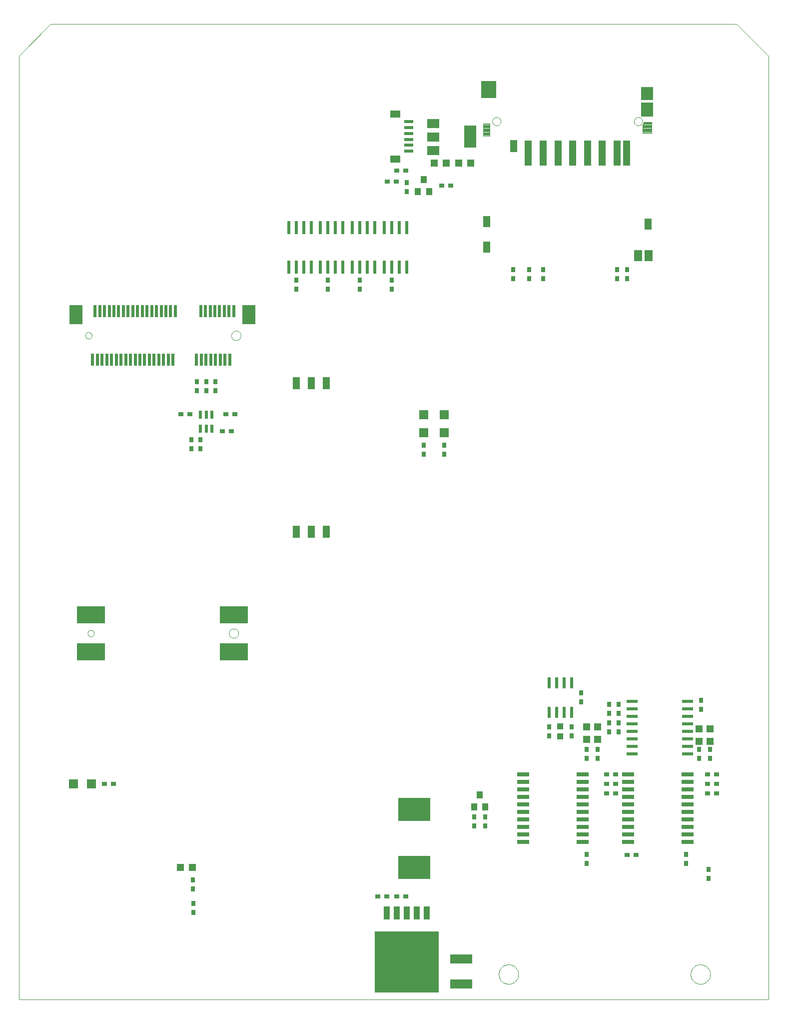
<source format=gtp>
G75*
G70*
%OFA0B0*%
%FSLAX24Y24*%
%IPPOS*%
%LPD*%
%AMOC8*
5,1,8,0,0,1.08239X$1,22.5*
%
%ADD10C,0.0000*%
%ADD11R,0.0827X0.0866*%
%ADD12R,0.0827X0.0945*%
%ADD13R,0.1024X0.1142*%
%ADD14R,0.0512X0.0748*%
%ADD15R,0.0551X0.0768*%
%ADD16R,0.0472X0.1693*%
%ADD17R,0.0472X0.0787*%
%ADD18C,0.0040*%
%ADD19R,0.0315X0.0354*%
%ADD20R,0.0472X0.0512*%
%ADD21R,0.4252X0.4098*%
%ADD22R,0.0420X0.0850*%
%ADD23R,0.0354X0.0315*%
%ADD24R,0.2126X0.1575*%
%ADD25R,0.0906X0.1260*%
%ADD26R,0.0236X0.0787*%
%ADD27R,0.1890X0.1181*%
%ADD28R,0.0220X0.0520*%
%ADD29R,0.0394X0.0433*%
%ADD30R,0.0210X0.0780*%
%ADD31R,0.0780X0.0210*%
%ADD32R,0.0800X0.0260*%
%ADD33R,0.0472X0.0472*%
%ADD34R,0.0394X0.0500*%
%ADD35R,0.0591X0.0591*%
%ADD36R,0.1457X0.0591*%
%ADD37R,0.0240X0.0870*%
%ADD38R,0.0709X0.0472*%
%ADD39R,0.0610X0.0236*%
%ADD40R,0.0790X0.0590*%
%ADD41R,0.0790X0.1500*%
D10*
X000100Y000160D02*
X050100Y000160D01*
X050100Y063035D01*
X047975Y065160D01*
X002225Y065160D01*
X000100Y063035D01*
X000100Y000160D01*
X004698Y024567D02*
X004700Y024596D01*
X004706Y024624D01*
X004715Y024652D01*
X004728Y024678D01*
X004745Y024701D01*
X004764Y024723D01*
X004786Y024742D01*
X004811Y024757D01*
X004837Y024770D01*
X004865Y024778D01*
X004893Y024783D01*
X004922Y024784D01*
X004951Y024781D01*
X004979Y024774D01*
X005006Y024764D01*
X005032Y024750D01*
X005055Y024733D01*
X005076Y024713D01*
X005094Y024690D01*
X005109Y024665D01*
X005120Y024638D01*
X005128Y024610D01*
X005132Y024581D01*
X005132Y024553D01*
X005128Y024524D01*
X005120Y024496D01*
X005109Y024469D01*
X005094Y024444D01*
X005076Y024421D01*
X005055Y024401D01*
X005032Y024384D01*
X005006Y024370D01*
X004979Y024360D01*
X004951Y024353D01*
X004922Y024350D01*
X004893Y024351D01*
X004865Y024356D01*
X004837Y024364D01*
X004811Y024377D01*
X004786Y024392D01*
X004764Y024411D01*
X004745Y024433D01*
X004728Y024456D01*
X004715Y024482D01*
X004706Y024510D01*
X004700Y024538D01*
X004698Y024567D01*
X014128Y024567D02*
X014130Y024602D01*
X014136Y024637D01*
X014146Y024671D01*
X014159Y024704D01*
X014176Y024735D01*
X014197Y024763D01*
X014220Y024790D01*
X014247Y024813D01*
X014275Y024834D01*
X014306Y024851D01*
X014339Y024864D01*
X014373Y024874D01*
X014408Y024880D01*
X014443Y024882D01*
X014478Y024880D01*
X014513Y024874D01*
X014547Y024864D01*
X014580Y024851D01*
X014611Y024834D01*
X014639Y024813D01*
X014666Y024790D01*
X014689Y024763D01*
X014710Y024735D01*
X014727Y024704D01*
X014740Y024671D01*
X014750Y024637D01*
X014756Y024602D01*
X014758Y024567D01*
X014756Y024532D01*
X014750Y024497D01*
X014740Y024463D01*
X014727Y024430D01*
X014710Y024399D01*
X014689Y024371D01*
X014666Y024344D01*
X014639Y024321D01*
X014611Y024300D01*
X014580Y024283D01*
X014547Y024270D01*
X014513Y024260D01*
X014478Y024254D01*
X014443Y024252D01*
X014408Y024254D01*
X014373Y024260D01*
X014339Y024270D01*
X014306Y024283D01*
X014275Y024300D01*
X014247Y024321D01*
X014220Y024344D01*
X014197Y024371D01*
X014176Y024399D01*
X014159Y024430D01*
X014146Y024463D01*
X014136Y024497D01*
X014130Y024532D01*
X014128Y024567D01*
X014285Y044410D02*
X014287Y044445D01*
X014293Y044480D01*
X014303Y044514D01*
X014316Y044547D01*
X014333Y044578D01*
X014354Y044606D01*
X014377Y044633D01*
X014404Y044656D01*
X014432Y044677D01*
X014463Y044694D01*
X014496Y044707D01*
X014530Y044717D01*
X014565Y044723D01*
X014600Y044725D01*
X014635Y044723D01*
X014670Y044717D01*
X014704Y044707D01*
X014737Y044694D01*
X014768Y044677D01*
X014796Y044656D01*
X014823Y044633D01*
X014846Y044606D01*
X014867Y044578D01*
X014884Y044547D01*
X014897Y044514D01*
X014907Y044480D01*
X014913Y044445D01*
X014915Y044410D01*
X014913Y044375D01*
X014907Y044340D01*
X014897Y044306D01*
X014884Y044273D01*
X014867Y044242D01*
X014846Y044214D01*
X014823Y044187D01*
X014796Y044164D01*
X014768Y044143D01*
X014737Y044126D01*
X014704Y044113D01*
X014670Y044103D01*
X014635Y044097D01*
X014600Y044095D01*
X014565Y044097D01*
X014530Y044103D01*
X014496Y044113D01*
X014463Y044126D01*
X014432Y044143D01*
X014404Y044164D01*
X014377Y044187D01*
X014354Y044214D01*
X014333Y044242D01*
X014316Y044273D01*
X014303Y044306D01*
X014293Y044340D01*
X014287Y044375D01*
X014285Y044410D01*
X004540Y044410D02*
X004542Y044439D01*
X004548Y044467D01*
X004557Y044495D01*
X004570Y044521D01*
X004587Y044544D01*
X004606Y044566D01*
X004628Y044585D01*
X004653Y044600D01*
X004679Y044613D01*
X004707Y044621D01*
X004735Y044626D01*
X004764Y044627D01*
X004793Y044624D01*
X004821Y044617D01*
X004848Y044607D01*
X004874Y044593D01*
X004897Y044576D01*
X004918Y044556D01*
X004936Y044533D01*
X004951Y044508D01*
X004962Y044481D01*
X004970Y044453D01*
X004974Y044424D01*
X004974Y044396D01*
X004970Y044367D01*
X004962Y044339D01*
X004951Y044312D01*
X004936Y044287D01*
X004918Y044264D01*
X004897Y044244D01*
X004874Y044227D01*
X004848Y044213D01*
X004821Y044203D01*
X004793Y044196D01*
X004764Y044193D01*
X004735Y044194D01*
X004707Y044199D01*
X004679Y044207D01*
X004653Y044220D01*
X004628Y044235D01*
X004606Y044254D01*
X004587Y044276D01*
X004570Y044299D01*
X004557Y044325D01*
X004548Y044353D01*
X004542Y044381D01*
X004540Y044410D01*
X031697Y058680D02*
X031699Y058713D01*
X031705Y058745D01*
X031714Y058776D01*
X031727Y058806D01*
X031744Y058834D01*
X031764Y058860D01*
X031787Y058884D01*
X031812Y058904D01*
X031840Y058922D01*
X031869Y058936D01*
X031900Y058946D01*
X031932Y058953D01*
X031965Y058956D01*
X031998Y058955D01*
X032030Y058950D01*
X032061Y058941D01*
X032092Y058929D01*
X032120Y058913D01*
X032147Y058894D01*
X032171Y058872D01*
X032192Y058847D01*
X032211Y058820D01*
X032226Y058791D01*
X032237Y058761D01*
X032245Y058729D01*
X032249Y058696D01*
X032249Y058664D01*
X032245Y058631D01*
X032237Y058599D01*
X032226Y058569D01*
X032211Y058540D01*
X032192Y058513D01*
X032171Y058488D01*
X032147Y058466D01*
X032120Y058447D01*
X032092Y058431D01*
X032061Y058419D01*
X032030Y058410D01*
X031998Y058405D01*
X031965Y058404D01*
X031932Y058407D01*
X031900Y058414D01*
X031869Y058424D01*
X031840Y058438D01*
X031812Y058456D01*
X031787Y058476D01*
X031764Y058500D01*
X031744Y058526D01*
X031727Y058554D01*
X031714Y058584D01*
X031705Y058615D01*
X031699Y058647D01*
X031697Y058680D01*
X041146Y058680D02*
X041148Y058713D01*
X041154Y058745D01*
X041163Y058776D01*
X041176Y058806D01*
X041193Y058834D01*
X041213Y058860D01*
X041236Y058884D01*
X041261Y058904D01*
X041289Y058922D01*
X041318Y058936D01*
X041349Y058946D01*
X041381Y058953D01*
X041414Y058956D01*
X041447Y058955D01*
X041479Y058950D01*
X041510Y058941D01*
X041541Y058929D01*
X041569Y058913D01*
X041596Y058894D01*
X041620Y058872D01*
X041641Y058847D01*
X041660Y058820D01*
X041675Y058791D01*
X041686Y058761D01*
X041694Y058729D01*
X041698Y058696D01*
X041698Y058664D01*
X041694Y058631D01*
X041686Y058599D01*
X041675Y058569D01*
X041660Y058540D01*
X041641Y058513D01*
X041620Y058488D01*
X041596Y058466D01*
X041569Y058447D01*
X041541Y058431D01*
X041510Y058419D01*
X041479Y058410D01*
X041447Y058405D01*
X041414Y058404D01*
X041381Y058407D01*
X041349Y058414D01*
X041318Y058424D01*
X041289Y058438D01*
X041261Y058456D01*
X041236Y058476D01*
X041213Y058500D01*
X041193Y058526D01*
X041176Y058554D01*
X041163Y058584D01*
X041154Y058615D01*
X041148Y058647D01*
X041146Y058680D01*
X044925Y001852D02*
X044927Y001902D01*
X044933Y001952D01*
X044943Y002002D01*
X044956Y002050D01*
X044973Y002098D01*
X044994Y002144D01*
X045018Y002188D01*
X045046Y002230D01*
X045077Y002270D01*
X045111Y002307D01*
X045148Y002342D01*
X045187Y002373D01*
X045228Y002402D01*
X045272Y002427D01*
X045318Y002449D01*
X045365Y002467D01*
X045413Y002481D01*
X045462Y002492D01*
X045512Y002499D01*
X045562Y002502D01*
X045613Y002501D01*
X045663Y002496D01*
X045713Y002487D01*
X045761Y002475D01*
X045809Y002458D01*
X045855Y002438D01*
X045900Y002415D01*
X045943Y002388D01*
X045983Y002358D01*
X046021Y002325D01*
X046056Y002289D01*
X046089Y002250D01*
X046118Y002209D01*
X046144Y002166D01*
X046167Y002121D01*
X046186Y002074D01*
X046201Y002026D01*
X046213Y001977D01*
X046221Y001927D01*
X046225Y001877D01*
X046225Y001827D01*
X046221Y001777D01*
X046213Y001727D01*
X046201Y001678D01*
X046186Y001630D01*
X046167Y001583D01*
X046144Y001538D01*
X046118Y001495D01*
X046089Y001454D01*
X046056Y001415D01*
X046021Y001379D01*
X045983Y001346D01*
X045943Y001316D01*
X045900Y001289D01*
X045855Y001266D01*
X045809Y001246D01*
X045761Y001229D01*
X045713Y001217D01*
X045663Y001208D01*
X045613Y001203D01*
X045562Y001202D01*
X045512Y001205D01*
X045462Y001212D01*
X045413Y001223D01*
X045365Y001237D01*
X045318Y001255D01*
X045272Y001277D01*
X045228Y001302D01*
X045187Y001331D01*
X045148Y001362D01*
X045111Y001397D01*
X045077Y001434D01*
X045046Y001474D01*
X045018Y001516D01*
X044994Y001560D01*
X044973Y001606D01*
X044956Y001654D01*
X044943Y001702D01*
X044933Y001752D01*
X044927Y001802D01*
X044925Y001852D01*
X032130Y001852D02*
X032132Y001902D01*
X032138Y001952D01*
X032148Y002002D01*
X032161Y002050D01*
X032178Y002098D01*
X032199Y002144D01*
X032223Y002188D01*
X032251Y002230D01*
X032282Y002270D01*
X032316Y002307D01*
X032353Y002342D01*
X032392Y002373D01*
X032433Y002402D01*
X032477Y002427D01*
X032523Y002449D01*
X032570Y002467D01*
X032618Y002481D01*
X032667Y002492D01*
X032717Y002499D01*
X032767Y002502D01*
X032818Y002501D01*
X032868Y002496D01*
X032918Y002487D01*
X032966Y002475D01*
X033014Y002458D01*
X033060Y002438D01*
X033105Y002415D01*
X033148Y002388D01*
X033188Y002358D01*
X033226Y002325D01*
X033261Y002289D01*
X033294Y002250D01*
X033323Y002209D01*
X033349Y002166D01*
X033372Y002121D01*
X033391Y002074D01*
X033406Y002026D01*
X033418Y001977D01*
X033426Y001927D01*
X033430Y001877D01*
X033430Y001827D01*
X033426Y001777D01*
X033418Y001727D01*
X033406Y001678D01*
X033391Y001630D01*
X033372Y001583D01*
X033349Y001538D01*
X033323Y001495D01*
X033294Y001454D01*
X033261Y001415D01*
X033226Y001379D01*
X033188Y001346D01*
X033148Y001316D01*
X033105Y001289D01*
X033060Y001266D01*
X033014Y001246D01*
X032966Y001229D01*
X032918Y001217D01*
X032868Y001208D01*
X032818Y001203D01*
X032767Y001202D01*
X032717Y001205D01*
X032667Y001212D01*
X032618Y001223D01*
X032570Y001237D01*
X032523Y001255D01*
X032477Y001277D01*
X032433Y001302D01*
X032392Y001331D01*
X032353Y001362D01*
X032316Y001397D01*
X032282Y001434D01*
X032251Y001474D01*
X032223Y001516D01*
X032199Y001560D01*
X032178Y001606D01*
X032161Y001654D01*
X032148Y001702D01*
X032138Y001752D01*
X032132Y001802D01*
X032130Y001852D01*
D11*
X042012Y060550D03*
D12*
X042012Y059467D03*
D13*
X031461Y060786D03*
D14*
X031303Y052007D03*
X031303Y050294D03*
X042091Y051830D03*
D15*
X042130Y049743D03*
X041422Y049743D03*
D16*
X040644Y056584D03*
X040004Y056584D03*
X039020Y056584D03*
X038036Y056584D03*
X037051Y056584D03*
X036067Y056584D03*
X035083Y056584D03*
X034099Y056584D03*
D17*
X033114Y057036D03*
X020600Y041250D03*
X019600Y041250D03*
X018600Y041250D03*
X018600Y031320D03*
X019600Y031320D03*
X020600Y031320D03*
D18*
X031088Y057696D02*
X031088Y058522D01*
X031519Y058522D01*
X031519Y057696D01*
X031088Y057696D01*
X031088Y057718D02*
X031519Y057718D01*
X031519Y057756D02*
X031088Y057756D01*
X031088Y057795D02*
X031519Y057795D01*
X031519Y057833D02*
X031088Y057833D01*
X031088Y057872D02*
X031519Y057872D01*
X031519Y057910D02*
X031088Y057910D01*
X031088Y057949D02*
X031519Y057949D01*
X031519Y057987D02*
X031088Y057987D01*
X031088Y058026D02*
X031519Y058026D01*
X031519Y058064D02*
X031088Y058064D01*
X031088Y058103D02*
X031519Y058103D01*
X031519Y058141D02*
X031088Y058141D01*
X031088Y058180D02*
X031519Y058180D01*
X031519Y058218D02*
X031088Y058218D01*
X031088Y058257D02*
X031519Y058257D01*
X031519Y058295D02*
X031088Y058295D01*
X031088Y058334D02*
X031519Y058334D01*
X031519Y058372D02*
X031088Y058372D01*
X031088Y058411D02*
X031519Y058411D01*
X031519Y058449D02*
X031088Y058449D01*
X031088Y058488D02*
X031519Y058488D01*
X041719Y058427D02*
X041719Y057896D01*
X042328Y057896D01*
X042328Y058643D01*
X041798Y058643D01*
X041798Y058574D01*
X041719Y058427D01*
X041719Y058411D02*
X042328Y058411D01*
X042328Y058449D02*
X041731Y058449D01*
X041752Y058488D02*
X042328Y058488D01*
X042328Y058526D02*
X041772Y058526D01*
X041793Y058565D02*
X042328Y058565D01*
X042328Y058603D02*
X041798Y058603D01*
X041798Y058642D02*
X042328Y058642D01*
X042328Y058372D02*
X041719Y058372D01*
X041719Y058334D02*
X042328Y058334D01*
X042328Y058295D02*
X041719Y058295D01*
X041719Y058257D02*
X042328Y058257D01*
X042328Y058218D02*
X041719Y058218D01*
X041719Y058180D02*
X042328Y058180D01*
X042328Y058141D02*
X041719Y058141D01*
X041719Y058103D02*
X042328Y058103D01*
X042328Y058064D02*
X041719Y058064D01*
X041719Y058026D02*
X042328Y058026D01*
X042328Y057987D02*
X041719Y057987D01*
X041719Y057949D02*
X042328Y057949D01*
X042328Y057910D02*
X041719Y057910D01*
D19*
X040698Y048809D03*
X040698Y048209D03*
X040017Y048209D03*
X040017Y048809D03*
X035086Y048809D03*
X035086Y048209D03*
X034155Y048209D03*
X034155Y048809D03*
X033099Y048809D03*
X033099Y048209D03*
X025975Y053985D03*
X025975Y054585D03*
X024975Y048085D03*
X024975Y047485D03*
X022850Y047485D03*
X022850Y048085D03*
X020725Y048085D03*
X020725Y047485D03*
X018600Y047485D03*
X018600Y048085D03*
X013225Y041335D03*
X013225Y040735D03*
X012600Y040735D03*
X012600Y041335D03*
X011975Y041335D03*
X011975Y040735D03*
X012225Y037460D03*
X012225Y036860D03*
X011600Y036860D03*
X011600Y037460D03*
X027100Y037085D03*
X027100Y036485D03*
X028475Y036485D03*
X028475Y037085D03*
X037600Y020585D03*
X037600Y019985D03*
X036975Y018335D03*
X036975Y017735D03*
X037975Y016835D03*
X037975Y016235D03*
X038725Y016235D03*
X038725Y016835D03*
X039475Y017985D03*
X039475Y018585D03*
X040100Y018585D03*
X040100Y017985D03*
X040100Y019235D03*
X040100Y019835D03*
X039475Y019835D03*
X039475Y019235D03*
X035475Y018335D03*
X035475Y017735D03*
X031225Y012335D03*
X031225Y011735D03*
X030475Y011735D03*
X030475Y012335D03*
X037975Y009835D03*
X037975Y009235D03*
X044600Y009235D03*
X044600Y009835D03*
X046100Y008835D03*
X046100Y008235D03*
X046225Y016235D03*
X046225Y016835D03*
X045475Y016835D03*
X045475Y016235D03*
X045600Y019485D03*
X045600Y020085D03*
X011723Y008130D03*
X011723Y007530D03*
X011737Y006566D03*
X011737Y005966D03*
D20*
X011687Y008979D03*
X010887Y008979D03*
X027825Y055910D03*
X028625Y055910D03*
X029450Y055910D03*
X030250Y055910D03*
D21*
X025975Y002660D03*
D22*
X025975Y005940D03*
X026645Y005940D03*
X027315Y005940D03*
X025305Y005940D03*
X024635Y005940D03*
D23*
X024650Y007035D03*
X024050Y007035D03*
X025300Y007035D03*
X025900Y007035D03*
X039300Y013910D03*
X039900Y013910D03*
X039900Y014535D03*
X039300Y014535D03*
X039300Y015160D03*
X039900Y015160D03*
X040675Y009785D03*
X041275Y009785D03*
X046050Y013910D03*
X046650Y013910D03*
X046650Y014535D03*
X046050Y014535D03*
X046050Y015160D03*
X046650Y015160D03*
X028900Y054410D03*
X028300Y054410D03*
X025900Y055410D03*
X025300Y055410D03*
X025275Y054660D03*
X024675Y054660D03*
X014525Y039160D03*
X013925Y039160D03*
X013675Y038035D03*
X014275Y038035D03*
X011525Y039160D03*
X010925Y039160D03*
X006400Y014535D03*
X005800Y014535D03*
D24*
X026475Y012839D03*
X026475Y008981D03*
D25*
X015466Y045788D03*
X003911Y045788D03*
D26*
X005191Y046024D03*
X005506Y046024D03*
X005820Y046024D03*
X006135Y046024D03*
X006450Y046024D03*
X006765Y046024D03*
X007080Y046024D03*
X007395Y046024D03*
X007710Y046024D03*
X008025Y046024D03*
X008340Y046024D03*
X008655Y046024D03*
X008970Y046024D03*
X009285Y046024D03*
X009600Y046024D03*
X009915Y046024D03*
X010230Y046024D03*
X010545Y046024D03*
X012238Y046024D03*
X012553Y046024D03*
X012868Y046024D03*
X013183Y046024D03*
X013498Y046024D03*
X013813Y046024D03*
X014128Y046024D03*
X014443Y046024D03*
X014167Y042796D03*
X013852Y042796D03*
X013537Y042796D03*
X013222Y042796D03*
X012907Y042796D03*
X012592Y042796D03*
X012277Y042796D03*
X011962Y042796D03*
X010387Y042796D03*
X010072Y042796D03*
X009757Y042796D03*
X009443Y042796D03*
X009128Y042796D03*
X008813Y042796D03*
X008498Y042796D03*
X008183Y042796D03*
X007868Y042796D03*
X007553Y042796D03*
X007238Y042796D03*
X006923Y042796D03*
X006608Y042796D03*
X006293Y042796D03*
X005978Y042796D03*
X005663Y042796D03*
X005348Y042796D03*
X005033Y042796D03*
D27*
X004915Y025808D03*
X004915Y023327D03*
X014443Y023327D03*
X014443Y025808D03*
D28*
X012970Y038200D03*
X012600Y038200D03*
X012230Y038200D03*
X012230Y039120D03*
X012600Y039120D03*
X012970Y039120D03*
D29*
X036225Y018370D03*
X036225Y017700D03*
D30*
X035975Y019315D03*
X035475Y019315D03*
X036475Y019315D03*
X036975Y019315D03*
X036975Y021255D03*
X036475Y021255D03*
X035975Y021255D03*
X035475Y021255D03*
D31*
X041000Y020035D03*
X041000Y019535D03*
X041000Y019035D03*
X041000Y018535D03*
X041000Y018035D03*
X041000Y017535D03*
X041000Y017035D03*
X041000Y016535D03*
X044700Y016535D03*
X044700Y017035D03*
X044700Y017535D03*
X044700Y018035D03*
X044700Y018535D03*
X044700Y019035D03*
X044700Y019535D03*
X044700Y020035D03*
D32*
X044705Y015160D03*
X044705Y014660D03*
X044705Y014160D03*
X044705Y013660D03*
X044705Y013160D03*
X044705Y012660D03*
X044705Y012160D03*
X044705Y011660D03*
X044705Y011160D03*
X044705Y010660D03*
X040745Y010660D03*
X040745Y011160D03*
X040745Y011660D03*
X040745Y012160D03*
X040745Y012660D03*
X040745Y013160D03*
X040745Y013660D03*
X040745Y014160D03*
X040745Y014660D03*
X040745Y015160D03*
X037705Y015160D03*
X037705Y014660D03*
X037705Y014160D03*
X037705Y013660D03*
X037705Y013160D03*
X037705Y012660D03*
X037705Y012160D03*
X037705Y011660D03*
X037705Y011160D03*
X037705Y010660D03*
X033745Y010660D03*
X033745Y011160D03*
X033745Y011660D03*
X033745Y012160D03*
X033745Y012660D03*
X033745Y013160D03*
X033745Y013660D03*
X033745Y014160D03*
X033745Y014660D03*
X033745Y015160D03*
D33*
X037975Y017497D03*
X038725Y017497D03*
X038725Y018323D03*
X037975Y018323D03*
X045475Y018198D03*
X046225Y018198D03*
X046225Y017372D03*
X045475Y017372D03*
D34*
X031224Y013016D03*
X030476Y013016D03*
X030850Y013804D03*
X027474Y054016D03*
X027100Y054804D03*
X026726Y054016D03*
D35*
X027100Y039124D03*
X027100Y037946D03*
X028475Y037946D03*
X028475Y039124D03*
X004939Y014535D03*
X003761Y014535D03*
D36*
X029600Y002862D03*
X029600Y001208D03*
D37*
X025975Y048965D03*
X025475Y048965D03*
X024975Y048965D03*
X024475Y048965D03*
X023850Y048965D03*
X023350Y048965D03*
X022850Y048965D03*
X022350Y048965D03*
X021725Y048965D03*
X021225Y048965D03*
X020725Y048965D03*
X020225Y048965D03*
X019600Y048965D03*
X019100Y048965D03*
X018600Y048965D03*
X018100Y048965D03*
X018100Y051615D03*
X018600Y051615D03*
X019100Y051615D03*
X019600Y051615D03*
X020225Y051615D03*
X020725Y051615D03*
X021225Y051615D03*
X021725Y051615D03*
X022350Y051615D03*
X022850Y051615D03*
X023350Y051615D03*
X023850Y051615D03*
X024475Y051615D03*
X024975Y051615D03*
X025475Y051615D03*
X025975Y051615D03*
D38*
X025224Y056180D03*
X025224Y059172D03*
D39*
X026100Y058660D03*
X026100Y058266D03*
X026100Y057873D03*
X026100Y057479D03*
X026100Y057085D03*
X026100Y056691D03*
D40*
X027735Y056750D03*
X027735Y057650D03*
X027735Y058550D03*
D41*
X030215Y057660D03*
M02*

</source>
